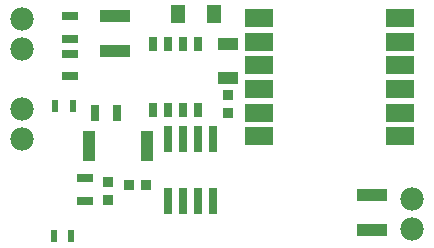
<source format=gts>
%TF.GenerationSoftware,KiCad,Pcbnew,4.0.6*%
%TF.CreationDate,2017-10-03T21:34:55-04:00*%
%TF.ProjectId,HVPS_SMD,485650535F534D442E6B696361645F70,rev?*%
%TF.FileFunction,Soldermask,Top*%
%FSLAX46Y46*%
G04 Gerber Fmt 4.6, Leading zero omitted, Abs format (unit mm)*
G04 Created by KiCad (PCBNEW 4.0.6) date 10/03/17 21:34:55*
%MOMM*%
%LPD*%
G01*
G04 APERTURE LIST*
%ADD10C,0.127000*%
%ADD11R,2.600000X1.100000*%
%ADD12R,0.900000X0.850000*%
%ADD13R,0.850000X0.900000*%
%ADD14R,1.293800X1.497000*%
%ADD15C,1.979600*%
%ADD16R,1.400000X0.800000*%
%ADD17R,0.600000X1.000000*%
%ADD18R,0.800000X1.400000*%
%ADD19R,1.100000X2.600000*%
%ADD20R,1.800000X1.000000*%
%ADD21R,2.347900X1.598600*%
%ADD22R,0.699440X2.299640*%
%ADD23R,0.699440X1.298880*%
G04 APERTURE END LIST*
D10*
D11*
X209931000Y-78407000D03*
X209931000Y-81407000D03*
D12*
X189369000Y-77597000D03*
X190869000Y-77597000D03*
D11*
X188214000Y-63270000D03*
X188214000Y-66270000D03*
D13*
X187579000Y-77355000D03*
X187579000Y-78855000D03*
X197739000Y-69989000D03*
X197739000Y-71489000D03*
D14*
X196621400Y-63119000D03*
X193522600Y-63119000D03*
D15*
X180340000Y-66040000D03*
X180340000Y-63500000D03*
D16*
X184404000Y-63312000D03*
X184404000Y-65212000D03*
X184404000Y-66487000D03*
X184404000Y-68387000D03*
D17*
X184519000Y-81915000D03*
X183019000Y-81915000D03*
X183146000Y-70866000D03*
X184646000Y-70866000D03*
D16*
X185674000Y-77028000D03*
X185674000Y-78928000D03*
D18*
X186502000Y-71501000D03*
X188402000Y-71501000D03*
D19*
X190918000Y-74295000D03*
X186018000Y-74295000D03*
D20*
X197739000Y-68506000D03*
X197739000Y-65606000D03*
D21*
X200400920Y-63454280D03*
X200400920Y-65453260D03*
X200400920Y-67454780D03*
X200400920Y-69451220D03*
X200400920Y-71452740D03*
X200400920Y-73451720D03*
X212349080Y-73451720D03*
X212349080Y-71452740D03*
X212349080Y-69451220D03*
X212349080Y-67454780D03*
X212349080Y-65453260D03*
X212349080Y-63454280D03*
D15*
X180340000Y-71120000D03*
X180340000Y-73660000D03*
X213360000Y-81280000D03*
X213360000Y-78740000D03*
D22*
X192659000Y-78925420D03*
X193929000Y-78925420D03*
X195199000Y-78925420D03*
X196469000Y-78925420D03*
X196469000Y-73728580D03*
X195199000Y-73728580D03*
X193929000Y-73728580D03*
X192659000Y-73728580D03*
D23*
X191389000Y-71247000D03*
X192659000Y-71247000D03*
X193929000Y-71247000D03*
X195199000Y-71247000D03*
X195199000Y-65648840D03*
X193929000Y-65648840D03*
X192659000Y-65648840D03*
X191389000Y-65648840D03*
M02*

</source>
